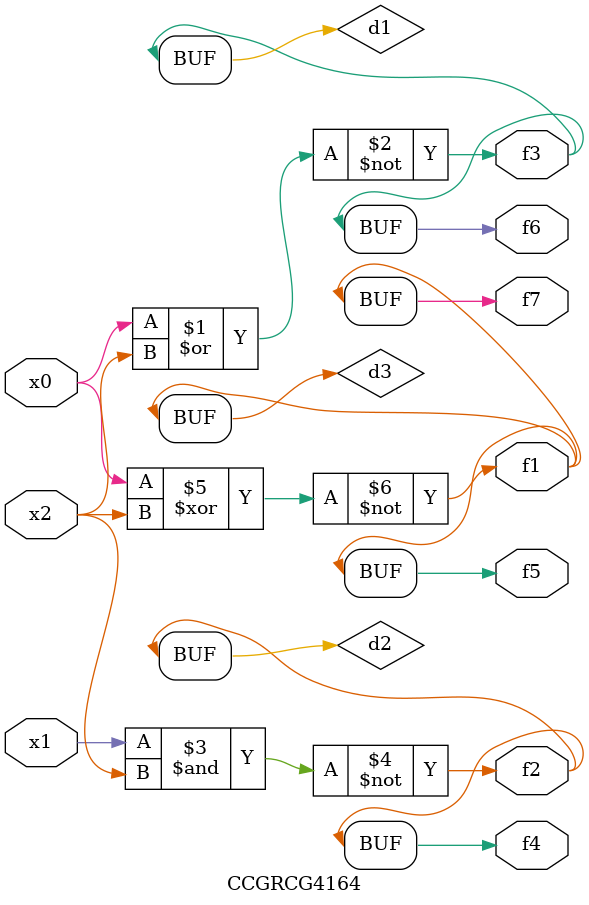
<source format=v>
module CCGRCG4164(
	input x0, x1, x2,
	output f1, f2, f3, f4, f5, f6, f7
);

	wire d1, d2, d3;

	nor (d1, x0, x2);
	nand (d2, x1, x2);
	xnor (d3, x0, x2);
	assign f1 = d3;
	assign f2 = d2;
	assign f3 = d1;
	assign f4 = d2;
	assign f5 = d3;
	assign f6 = d1;
	assign f7 = d3;
endmodule

</source>
